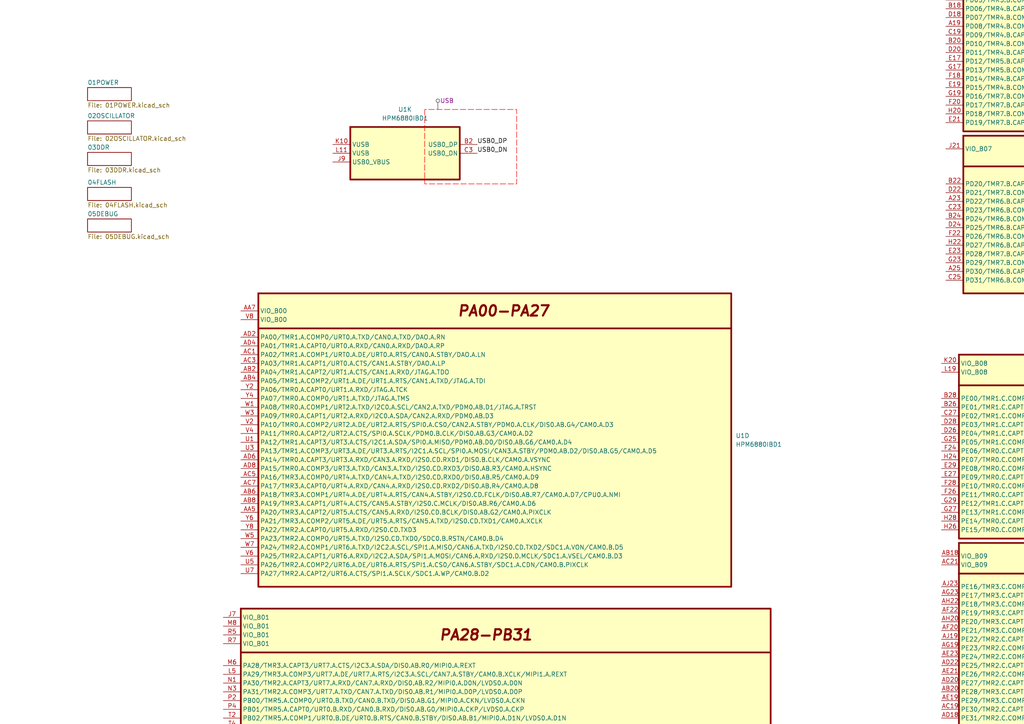
<source format=kicad_sch>
(kicad_sch (version 20250114) (generator "eeschema") (generator_version "9.0")
  (paper "A4")
  (title_block (title "HPM6800 核心板") (date "2025-07-18") (rev "V1.0"))
  (label "USB0_DN" (at 138.43 44.45 0))
  (label "USB0_DP" (at 138.43 41.91 0))
  (rule_area (polyline (pts (xy 123.19 31.75) (xy 123.19 53.34) (xy 149.86 53.34) (xy 149.86 31.75)) (stroke (width 0) (type dash))))
  (netclass_flag "" (length 2.54) (shape round) (at 127 31.75 0) (property "Netclass" "USB" (at 127.6414 29.21 0) (effects (justify left))))
  (symbol (lib_id "HPM6800:HPM6880IBD1") (at 411.48 242.57 0) (unit 9)
    (property "Reference" "U1" (at 343.535 237.49 0))
    (property "Value" "HPM6880IBD1" (at 343.535 240.03 0))
    (property "Footprint" "HPM_footprints:BGA_417" (effects (hide yes)))
  )
  (symbol (lib_id "HPM6800:HPM6880IBD1") (at 212.09 85.09 0) (unit 4)
    (property "Reference" "U1" (at 213.36 126.3649 0) (effects (justify left)))
    (property "Value" "HPM6880IBD1" (at 213.36 128.9049 0) (effects (justify left)))
    (property "Footprint" "HPM_footprints:BGA_417" (effects (hide yes)))
  )
  (symbol (lib_id "HPM6800:HPM6880IBD1") (at 416.56 102.87 0) (unit 8)
    (property "Reference" "U1" (at 417.83 156.2099 0) (effects (justify left)))
    (property "Value" "HPM6880IBD1" (at 417.83 158.7499 0) (effects (justify left)))
    (property "Footprint" "HPM_footprints:BGA_417" (effects (hide yes)))
  )
  (symbol (lib_id "HPM6800:HPM6880IBD1") (at 208.28 295.91 0) (unit 6)
    (property "Reference" "U1" (at 209.55 352.4249 0) (effects (justify left)))
    (property "Value" "HPM6880IBD1" (at 209.55 354.9649 0) (effects (justify left)))
    (property "Footprint" "HPM_footprints:BGA_417" (effects (hide yes)))
  )
  (symbol (lib_id "HPM6800:HPM6880IBD1") (at 133.35 36.83 0) (unit 11)
    (property "Reference" "U1" (at 117.475 31.75 0))
    (property "Value" "HPM6880IBD1" (at 117.475 34.29 0))
    (property "Footprint" "HPM_footprints:BGA_417" (effects (hide yes)))
  )
  (symbol (lib_id "HPM6800:HPM6880IBD1") (at 223.52 176.53 0) (unit 5)
    (property "Reference" "U1" (at 224.79 230.5049 0) (effects (justify left)))
    (property "Value" "HPM6880IBD1" (at 224.79 233.0449 0) (effects (justify left)))
    (property "Footprint" "HPM_footprints:BGA_417" (effects (hide yes)))
  )
  (symbol (lib_id "HPM6800:HPM6880IBD1") (at 411.48 317.5 0) (unit 10)
    (property "Reference" "U1" (at 343.535 312.42 0))
    (property "Value" "HPM6880IBD1" (at 343.535 314.96 0))
    (property "Footprint" "HPM_footprints:BGA_417" (effects (hide yes)))
  )
  (symbol (lib_id "HPM6800:HPM6880IBD1") (at 415.29 -44.45 0) (unit 7)
    (property "Reference" "U1" (at 416.56 19.0499 0) (effects (justify left)))
    (property "Value" "HPM6880IBD1" (at 416.56 21.5899 0) (effects (justify left)))
    (property "Footprint" "HPM_footprints:BGA_417" (effects (hide yes)))
  )
  (sheet (at 25.4 54.356) (size 12.7 3.81) (stroke (width 0.1524))
    (property "Sheetname" "04FLASH" (at 25.4 53.6444 0) (effects (justify left bottom)))
    (property "Sheetfile" "04FLASH.kicad_sch" (at 25.4 58.7506 0) (effects (justify left top)))
  )
  (sheet (at 25.4 63.5) (size 12.7 3.81) (stroke (width 0.1524))
    (property "Sheetname" "05DEBUG" (at 25.4 62.7884 0) (effects (justify left bottom)))
    (property "Sheetfile" "05DEBUG.kicad_sch" (at 25.4 67.8946 0) (effects (justify left top)))
  )
  (sheet (at 25.4 35.052) (size 12.7 3.81) (stroke (width 0.1524))
    (property "Sheetname" "02OSCILLATOR" (at 25.4 34.3404 0) (effects (justify left bottom)))
    (property "Sheetfile" "02OSCILLATOR.kicad_sch" (at 25.4 39.4466 0) (effects (justify left top)))
  )
  (sheet (at 25.4 44.196) (size 12.7 3.81) (stroke (width 0.1524))
    (property "Sheetname" "03DDR" (at 25.4 43.4844 0) (effects (justify left bottom)))
    (property "Sheetfile" "03DDR.kicad_sch" (at 25.4 48.5906 0) (effects (justify left top)))
  )
  (sheet (at 25.4 25.4) (size 12.7 3.81) (stroke (width 0.1524))
    (property "Sheetname" "01POWER" (at 25.4 24.6884 0) (effects (justify left bottom)))
    (property "Sheetfile" "01POWER.kicad_sch" (at 25.4 29.7946 0) (effects (justify left top)))
  )
)
</source>
